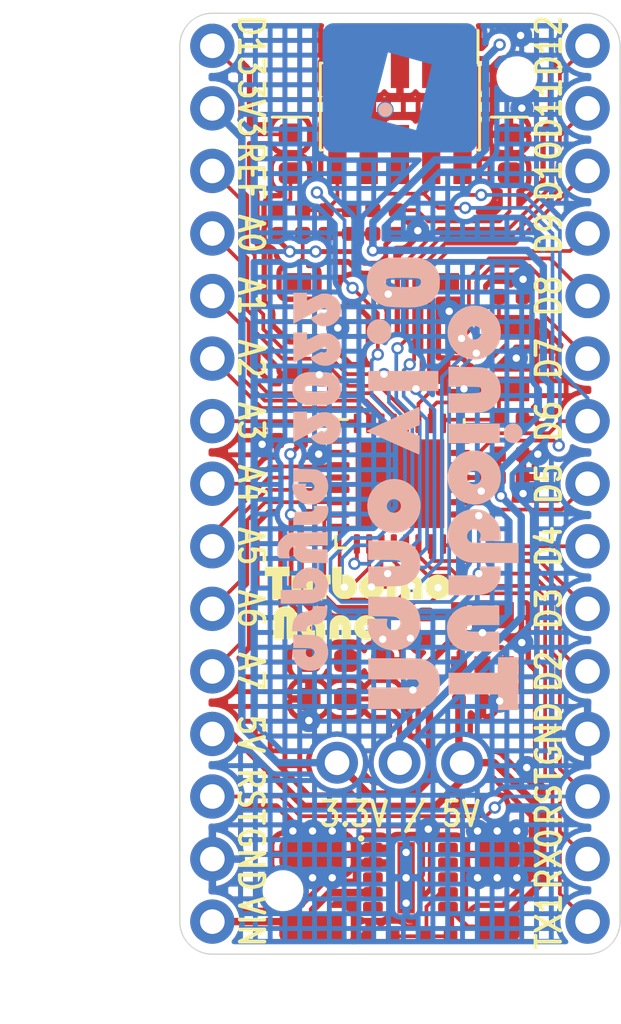
<source format=kicad_pcb>
(kicad_pcb (version 20211014) (generator pcbnew)
  (layers (0 "F.Cu" signal) (31 "B.Cu" jumper) (34 "B.Paste" user) (35 "F.Paste" user) (36 "B.SilkS" user "B.Silkscreen") (37 "F.SilkS" user "F.Silkscreen") (38 "B.Mask" user) (39 "F.Mask" user) (44 "Edge.Cuts" user))
  (net 0 "")
  (net 1 "D13_SCK")
  (net 2 "+3V3")
  (net 3 "AREF")
  (net 4 "A0")
  (net 5 "A1")
  (net 6 "A2")
  (net 7 "A3")
  (net 8 "A4_SDA")
  (net 9 "A5_SCL")
  (net 10 "+5V")
  (net 11 "GND")
  (net 12 "+12V")
  (net 13 "D12_CIPO")
  (net 14 "D11_COPI")
  (net 15 "D9")
  (net 16 "D7")
  (net 17 "D6")
  (net 18 "D5")
  (net 19 "D4")
  (net 20 "D3")
  (net 21 "D2")
  (net 22 "D1_TX")
  (net 23 "D0_RX")
  (net 24 "RST")
  (net 25 "Net-(D2-Pad2)")
  (net 28 "SWDCLK")
  (net 29 "VCC")
  (net 31 "VAA")
  (net 32 "Net-(R2-Pad1)")
  (net 34 "Net-(R6-Pad2)")
  (net 36 "A6")
  (net 37 "A7")
  (net 38 "D10_SS")
  (net 39 "D8")
  (net 40 "XOUT32")
  (net 41 "XIN32")
  (net 42 "Net-(D1-Pad2)")
  (footprint "Package_DFN_QFN:QFN-32-1EP_5x5mm_P0.5mm_EP3.6x3.6mm" (layer "F.Cu") (at 24.25 34.25 -90)
    (fp_text reference "U1" hide)
    (fp_text value "ATSAMC21E18A-M")
  )
  (footprint "Connector_PinHeader_1.27mm:PinHeader_2x05_P1.27mm_Vertical_SMD" (layer "F.Cu") (at 24.25 18.935 -90)
    (fp_text reference "J1" hide)
    (fp_text value "SWD")
  )
  (footprint "Capacitor_SMD:C_1206_3216Metric" (layer "F.Cu") (at 28.2 50.775 90)
    (fp_text reference "C9" hide)
    (fp_text value "15u")
  )
  (footprint "Capacitor_SMD:C_1210_3225Metric" (layer "F.Cu") (at 20.7 50.775 90)
    (fp_text reference "C12" hide)
    (fp_text value "10u")
  )
  (footprint "global:0402_minimalist" (layer "F.Cu") (at 23.15 23.625 90)
    (fp_text reference "R3" hide)
    (fp_text value "1k")
  )
  (footprint "global:0402_NC_minimalist" (layer "F.Cu") (at 25.825 52.625 180)
    (fp_text reference "R6" hide)
    (fp_text value "NC")
  )
  (footprint "global:0402_minimalist" (layer "F.Cu") (at 23.475 52.625 180)
    (fp_text reference "R7" hide)
    (fp_text value "DNP")
  )
  (footprint "global:LMZM2360X" (layer "F.Cu") (at 24.675 50.25)
    (fp_text reference "U3" hide)
    (fp_text value "LMZM23600V5")
  )
  (footprint "global:0603_minimalist" (layer "F.Cu") (at 20.55 42.215 -90)
    (fp_text reference "C5" hide)
    (fp_text value "10u")
  )
  (footprint "global:0603_minimalist" (layer "F.Cu") (at 22.05 42.215 -90)
    (fp_text reference "FB1" hide)
    (fp_text value "470R")
  )
  (footprint "global:0402_minimalist" (layer "F.Cu") (at 28.75 31.65)
    (fp_text reference "C7" hide)
    (fp_text value "15p")
  )
  (footprint "Crystal:Crystal_SMD_3215-2Pin_3.2x1.5mm" (layer "F.Cu") (at 28.6 29.15 -90)
    (fp_text reference "Y1" hide)
    (fp_text value "32.768kHz 12.5p")
  )
  (footprint "global:0402_minimalist" (layer "F.Cu") (at 28.75 26.65)
    (fp_text reference "C8" hide)
    (fp_text value "15p")
  )
  (footprint "Connector_PinHeader_2.54mm:PinHeader_1x03_P2.54mm_Vertical" (layer "F.Cu") (at 26.775 45.5784 -90)
    (fp_text reference "JP1" hide)
    (fp_text value "PWR_SW")
  )
  (footprint "global:Arduino_Nano" (layer "F.Cu") (at 24.25 34.25)
    (fp_text reference "J2" hide)
    (fp_text value "Castellated_headers")
  )
  (footprint "global:0402_minimalist" (layer "F.Cu") (at 24.1 23.625 90)
    (fp_text reference "R4" hide)
    (fp_text value "1k")
  )
  (footprint "global:0402_minimalist" (layer "F.Cu") (at 19.35 23.625 90)
    (fp_text reference "R5" hide)
    (fp_text value "1k")
  )
  (footprint "Package_TO_SOT_SMD:SOT-23-5" (layer "F.Cu") (at 27.6 40.6892 90)
    (fp_text reference "U2" hide)
    (fp_text value "AP2112K-3.3")
  )
  (footprint "global:0402_minimalist" (layer "F.Cu") (at 21.25 23.625 90)
    (fp_text reference "C1" hide)
    (fp_text value "100p")
  )
  (footprint "global:turboino_logo" (layer "F.Cu") (at 24.165094 34.318874)
    (fp_text reference "FID4" hide)
    (fp_text value "Logo2" hide)
  )
  (footprint "global:0402_minimalist" (layer "F.Cu") (at 28.75 34)
    (fp_text reference "C4" hide)
    (fp_text value "100n")
  )
  (footprint "LED_SMD:LED_0603_1608Metric" (layer "F.Cu") (at 28.7 20.85 -90)
    (fp_text reference "D1" hide)
    (fp_text value "PWR")
  )
  (footprint "global:0402_minimalist" (layer "F.Cu") (at 20.3 23.625 90)
    (fp_text reference "R2" hide)
    (fp_text value "330")
  )
  (footprint "global:0402_minimalist" (layer "F.Cu") (at 25.3 40.0392 -90)
    (fp_text reference "C11" hide)
    (fp_text value "1u")
  )
  (footprint "global:JLCPCB_tooling_hole" (layer "F.Cu") (at 19.5 50.775)
    (fp_text reference "FID2" hide)
    (fp_text value "Tooling")
  )
  (footprint "global:JLCPCB_tooling_hole" (layer "F.Cu") (at 29 17.725)
    (fp_text reference "FID3" hide)
    (fp_text value "Tooling")
  )
  (footprint "LED_SMD:LED_0603_1608Metric" (layer "F.Cu") (at 19.8 20.85 -90)
    (fp_text reference "D2" hide)
    (fp_text value "USER")
  )
  (footprint "global:0402_minimalist" (layer "F.Cu") (at 27.125 43.0892)
    (fp_text reference "C10" hide)
    (fp_text value "1u")
  )
  (footprint "global:0402_minimalist" (layer "F.Cu") (at 19.75 32.5 180)
    (fp_text reference "C6" hide)
    (fp_text value "100n")
  )
  (footprint "global:0402_minimalist" (layer "F.Cu") (at 22.2 23.625 90)
    (fp_text reference "R1" hide)
    (fp_text value "10k")
  )
  (footprint "global:0402_minimalist" (layer "F.Cu") (at 28.75 33.05)
    (fp_text reference "C3" hide)
    (fp_text value "1u")
  )
  (footprint "global:0603_minimalist" (layer "F.Cu") (at 23.55 42.215 90)
    (fp_text reference "C2" hide)
    (fp_text value "10u")
  )
  (footprint "Button_Switch_SMD:SW_SPST_SKQG_WithStem" (layer "F.Cu") (at 23.15 27.95 180)
    (fp_text reference "SW1" hide)
    (fp_text value "RST")
  )
  (footprint "global:turboino_back" (layer "B.Cu") (at 24.152753 34.122047 180)
    (fp_text reference "FID5" hide)
    (fp_text value "Logo3" hide)
  )
  (footprint "global:Logo" (layer "B.Cu") (at 24.262474 18.115902 180)
    (fp_text reference "FID1" hide)
    (fp_text value "Logo" hide)
  )
  (gr_line (start 15.3092 16.47) (end 15.3092 52.03) (layer "Edge.Cuts") (width 0.05))
  (gr_arc (start 33.1908 52.03) (mid 32.803947 52.963947) (end 31.87 53.3508) (layer "Edge.Cuts") (width 0.05))
  (gr_line (start 31.87 15.1492) (end 16.63 15.1492) (layer "Edge.Cuts") (width 0.05))
  (gr_line (start 16.63 53.3508) (end 31.87 53.3508) (layer "Edge.Cuts") (width 0.05))
  (gr_line (start 33.1908 52.03) (end 33.1908 16.47) (layer "Edge.Cuts") (width 0.05))
  (gr_arc (start 16.63 53.3508) (mid 15.696053 52.963947) (end 15.3092 52.03) (layer "Edge.Cuts") (width 0.05))
  (gr_arc (start 31.87 15.1492) (mid 32.803947 15.536053) (end 33.1908 16.47) (layer "Edge.Cuts") (width 0.05))
  (gr_arc (start 15.3092 16.47) (mid 15.696053 15.536053) (end 16.63 15.1492) (layer "Edge.Cuts") (width 0.05))
  (gr_text "3.3V / 5V" (at 24.25 47.6612) (layer "F.SilkS") (effects (font (size 1 0.85) (thickness 0.153))))
  (segment (start 23 36.7) (end 23 37.67) (width 0.15) (layer "F.Cu") (net 1))
  (segment (start 19.599066 28.87548) (end 18.7 27.976414) (width 0.15) (layer "F.Cu") (net 1))
  (segment (start 19.8 20.0625) (end 17.7625 20.0625) (width 0.15) (layer "F.Cu") (net 1))
  (segment (start 18.054031 22.550446) (end 17.754511 22.250926) (width 0.15) (layer "F.Cu") (net 1))
  (segment (start 23 37.67) (end 22.22 38.45) (width 0.15) (layer "F.Cu") (net 1))
  (segment (start 17.754511 20.070489) (end 17.754511 17.594511) (width 0.15) (layer "F.Cu") (net 1))
  (segment (start 22.22 38.45) (end 21.99 38.45) (width 0.15) (layer "F.Cu") (net 1))
  (segment (start 23.6 29.8) (end 22.098586 29.8) (width 0.15) (layer "F.Cu") (net 1))
  (segment (start 22.098586 29.8) (end 21.174065 28.87548) (width 0.15) (layer "F.Cu") (net 1))
  (segment (start 18.7 27.976414) (end 18.7 27.375) (width 0.15) (layer "F.Cu") (net 1))
  (segment (start 21.174065 28.87548) (end 19.599066 28.87548) (width 0.15) (layer "F.Cu") (net 1))
  (segment (start 18.054031 24.666859) (end 18.054031 22.550446) (width 0.15) (layer "F.Cu") (net 1))
  (segment (start 18.353551 27.028551) (end 18.353551 24.966379) (width 0.15) (layer "F.Cu") (net 1))
  (segment (start 17.754511 22.250926) (end 17.754511 20.070489) (width 0.15) (layer "F.Cu") (net 1))
  (segment (start 18.353551 24.966379) (end 18.054031 24.666859) (width 0.15) (layer "F.Cu") (net 1))
  (segment (start 17.754511 17.594511) (end 16.63 16.47) (width 0.15) (layer "F.Cu") (net 1))
  (segment (start 17.7625 20.0625) (end 17.754511 20.070489) (width 0.15) (layer "F.Cu") (net 1))
  (segment (start 18.7 27.375) (end 18.353551 27.028551) (width 0.15) (layer "F.Cu") (net 1))
  (via (at 23.6 29.8) (size 0.5) (drill 0.3) (layers "F.Cu" "B.Cu") (net 1))
  (via (at 21.99 38.45) (size 0.5) (drill 0.3) (layers "F.Cu" "B.Cu") (net 1))
  (segment (start 22.42452 36.75048) (end 21.9 37.275) (width 0.15) (layer "B.Cu") (net 1))
  (segment (start 23.6 29.8) (end 23.800959 30.000959) (width 0.15) (layer "B.Cu") (net 1))
  (segment (start 23.800959 30.000959) (end 23.800959 30.948128) (width 0.15) (layer "B.Cu") (net 1))
  (segment (start 23.800959 30.948128) (end 24.7524 31.899572) (width 0.15) (layer "B.Cu") (net 1))
  (segment (start 21.9 38.36) (end 21.99 38.45) (width 0.15) (layer "B.Cu") (net 1))
  (segment (start 24.09952 36.75048) (end 22.42452 36.75048) (width 0.15) (layer "B.Cu") (net 1))
  (segment (start 24.7524 36.0976) (end 24.09952 36.75048) (width 0.15) (layer "B.Cu") (net 1))
  (segment (start 21.9 37.275) (end 21.9 38.36) (width 0.15) (layer "B.Cu") (net 1))
  (segment (start 24.7524 31.899572) (end 24.7524 36.0976) (width 0.15) (layer "B.Cu") (net 1))
  (segment (start 19.35 24.105) (end 19.35 24.4) (width 0.2) (layer "F.Cu") (net 2))
  (segment (start 26.65 40.3) (end 25.45 41.5) (width 0.3) (layer "F.Cu") (net 2))
  (segment (start 23.675 25.025) (end 23.675 24.53) (width 0.2) (layer "F.Cu") (net 2))
  (segment (start 25.45 46.25) (end 24.85 46.85) (width 0.3) (layer "F.Cu") (net 2))
  (segment (start 20.825 24.825) (end 22.325 24.825) (width 0.2) (layer "F.Cu") (net 2))
  (segment (start 22.325 24.825) (end 22.8 25.3) (width 0.2) (layer "F.Cu") (net 2))
  (segment (start 23.675 24.53) (end 24.1 24.105) (width 0.2) (layer "F.Cu") (net 2))
  (segment (start 23.4 25.3) (end 23.675 25.025) (width 0.2) (layer "F.Cu") (net 2))
  (segment (start 24.85 46.85) (end 22.9666 46.85) (width 0.3) (layer "F.Cu") (net 2))
  (segment (start 22.8 25.3) (end 23.4 25.3) (width 0.2) (layer "F.Cu") (net 2))
  (segment (start 26.62 39.5592) (end 26.65 39.5892) (width 0.2) (layer "F.Cu") (net 2))
  (segment (start 25.45 41.5) (end 25.45 46.25) (width 0.3) (layer "F.Cu") (net 2))
  (segment (start 25.3 39.5592) (end 26.62 39.5592) (width 0.2) (layer "F.Cu") (net 2))
  (segment (start 22.9666 46.85) (end 21.695 45.5784) (width 0.3) (layer "F.Cu") (net 2))
  (segment (start 26.65 39.5892) (end 26.65 40.3) (width 0.3) (layer "F.Cu") (net 2))
  (segment (start 19.35 24.4) (end 19.775 24.825) (width 0.2) (layer "F.Cu") (net 2))
  (via (at 20.825 24.825) (size 0.5) (drill 0.3) (layers "F.Cu" "B.Cu") (net 2))
  (via (at 19.775 24.825) (size 0.5) (drill 0.3) (layers "F.Cu" "B.Cu") (net 2))
  (segment (start 17.829511 20.209511) (end 16.63 19.01) (width 0.3) (layer "B.Cu") (net 2))
  (segment (start 19.775 24.825) (end 20.825 24.825) (width 0.2) (layer "B.Cu") (net 2))
  (segment (start 17.829511 44.129511) (end 17.829511 24.795489) (width 0.3) (layer "B.Cu") (net 2))
  (segment (start 17.829511 24.795489) (end 17.829511 20.209511) (width 0.3) (layer "B.Cu") (net 2))
  (segment (start 17.859022 24.825) (end 17.829511 24.795489) (width 0.2) (layer "B.Cu") (net 2))
  (segment (start 19.2784 45.5784) (end 17.829511 44.129511) (width 0.3) (layer "B.Cu") (net 2))
  (segment (start 19.775 24.825) (end 17.859022 24.825) (width 0.2) (layer "B.Cu") (net 2))
  (segment (start 21.695 45.5784) (end 19.2784 45.5784) (width 0.3) (layer "B.Cu") (net 2))
  (segment (start 22.15192 30.27692) (end 21.05 29.175) (width 0.15) (layer "F.Cu") (net 3))
  (segment (start 18.39904 27.551868) (end 18.054031 27.206859) (width 0.15) (layer "F.Cu") (net 3))
  (segment (start 23.42692 30.27692) (end 22.15192 30.27692) (width 0.15) (layer "F.Cu") (net 3))
  (segment (start 18.054031 27.206859) (end 18.054031 25.090445) (width 0.15) (layer "F.Cu") (net 3))
  (segment (start 18.39904 28.09904) (end 18.39904 27.551868) (width 0.15) (layer "F.Cu") (net 3))
  (segment (start 21.05 29.175) (end 19.475 29.175) (width 0.15) (layer "F.Cu") (net 3))
  (segment (start 24.5 31.8) (end 24.5 31.35) (width 0.15) (layer "F.Cu") (net 3))
  (segment (start 24.5 31.35) (end 23.42692 30.27692) (width 0.15) (layer "F.Cu") (net 3))
  (segment (start 17.754511 24.790925) (end 17.754511 22.674511) (width 0.15) (layer "F.Cu") (net 3))
  (segment (start 19.475 29.175) (end 18.39904 28.09904) (width 0.15) (layer "F.Cu") (net 3))
  (segment (start 18.054031 25.090445) (end 17.754511 24.790925) (width 0.15) (layer "F.Cu") (net 3))
  (segment (start 17.754511 22.674511) (end 16.63 21.55) (width 0.15) (layer "F.Cu") (net 3))
  (segment (start 23.082347 30.57644) (end 18.883612 30.57644) (width 0.15) (layer "F.Cu") (net 4))
  (segment (start 18.09952 27.675934) (end 17.754511 27.330925) (width 0.15) (layer "F.Cu") (net 4))
  (segment (start 24 31.494093) (end 23.082347 30.57644) (width 0.15) (layer "F.Cu") (net 4))
  (segment (start 18.09952 29.792348) (end 18.09952 27.675934) (width 0.15) (layer "F.Cu") (net 4))
  (segment (start 18.883612 30.57644) (end 18.09952 29.792348) (width 0.15) (layer "F.Cu") (net 4))
  (segment (start 17.754511 25.214511) (end 16.63 24.09) (width 0.15) (layer "F.Cu") (net 4))
  (segment (start 17.754511 27.330925) (end 17.754511 25.214511) (width 0.15) (layer "F.Cu") (net 4))
  (segment (start 24 31.8) (end 24 31.494093) (width 0.15) (layer "F.Cu") (net 4))
  (segment (start 23.5 31.494093) (end 22.881867 30.87596) (width 0.15) (layer "F.Cu") (net 5))
  (segment (start 23.5 31.8) (end 23.5 31.494093) (width 0.15) (layer "F.Cu") (net 5))
  (segment (start 17.8 29.916414) (end 17.8 27.8) (width 0.15) (layer "F.Cu") (net 5))
  (segment (start 22.881867 30.87596) (end 18.759546 30.87596) (width 0.15) (layer "F.Cu") (net 5))
  (segment (start 17.8 27.8) (end 16.63 26.63) (width 0.15) (layer "F.Cu") (net 5))
  (segment (start 18.759546 30.87596) (end 17.8 29.916414) (width 0.15) (layer "F.Cu") (net 5))
  (segment (start 23 31.8) (end 23 31.494093) (width 0.15) (layer "F.Cu") (net 6))
  (segment (start 23 31.494093) (end 22.681387 31.17548) (width 0.15) (layer "F.Cu") (net 6))
  (segment (start 18.63548 31.17548) (end 16.63 29.17) (width 0.15) (layer "F.Cu") (net 6))
  (segment (start 22.681387 31.17548) (end 18.63548 31.17548) (width 0.15) (layer "F.Cu") (net 6))
  (segment (start 22.5 31.8) (end 22.41 31.71) (width 0.15) (layer "F.Cu") (net 7))
  (segment (start 22.41 31.71) (end 16.63 31.71) (width 0.15) (layer "F.Cu") (net 7))
  (segment (start 21.8 33.5) (end 21.3 33.5) (width 0.15) (layer "F.Cu") (net 8))
  (segment (start 18.25 34.25) (end 16.63 34.25) (width 0.15) (layer "F.Cu") (net 8))
  (segment (start 21.25 33.55) (end 18.95 33.55) (width 0.15) (layer "F.Cu") (net 8))
  (segment (start 21.3 33.5) (end 21.25 33.55) (width 0.15) (layer "F.Cu") (net 8))
  (segment (start 18.95 33.55) (end 18.25 34.25) (width 0.15) (layer "F.Cu") (net 8))
  (segment (start 18.923586 34) (end 16.63 36.293586) (width 0.15) (layer "F.Cu") (net 9))
  (segment (start 21.8 34) (end 18.923586 34) (width 0.15) (layer "F.Cu") (net 9))
  (segment (start 16.63 36.293586) (end 16.63 36.79) (width 0.15) (layer "F.Cu") (net 9))
  (segment (start 26.2 51.45) (end 27 52.25) (width 0.2) (layer "F.Cu") (net 10))
  (segment (start 26.34952 51.59952) (end 26.34952 52.625) (width 0.2) (layer "F.Cu") (net 10))
  (segment (start 26.85 40.9) (end 26.65 41.1) (width 0.2) (layer "F.Cu") (net 10))
  (segment (start 26.775 45.5784) (end 28.0784 45.5784) (width 0.3) (layer "F.Cu") (net 10))
  (segment (start 20.35 47.35) (end 17.41 44.41) (width 0.3) (layer "F.Cu") (net 10))
  (segment (start 28.55 41.0592) (end 28.3908 40.9) (width 0.2) (layer "F.Cu") (net 10))
  (segment (start 30.05 47.55) (end 30.05 50.4) (width 0.3) (layer "F.Cu") (net 10))
  (segment (start 26.775 46.275) (end 25.7 47.35) (width 0.3) (layer "F.Cu") (net 10))
  (segment (start 28.0784 45.5784) (end 30.05 47.55) (width 0.3) (layer "F.Cu") (net 10))
  (segment (start 26.645 43.0892) (end 26.645 41.7942) (width 0.3) (layer "F.Cu") (net 10))
  (segment (start 26.775 45.5784) (end 26.775 46.275) (width 0.3) (layer "F.Cu") (net 10))
  (segment (start 26.645 43.0892) (end 26.645 45.4484) (width 0.3) (layer "F.Cu") (net 10))
  (segment (start 28.55 41.7892) (end 28.55 41.0592) (width 0.2) (layer "F.Cu") (net 10))
  (segment (start 26.645 41.7942) (end 26.65 41.7892) (width 0.3) (layer "F.Cu") (net 10))
  (segment (start 27 52.25) (end 28.2 52.25) (width 0.2) (layer "F.Cu") (net 10))
  (segment (start 30.05 50.4) (end 28.2 52.25) (width 0.3) (layer "F.Cu") (net 10))
  (segment (start 26.2 51.45) (end 26.34952 51.59952) (width 0.2) (layer "F.Cu") (net 10))
  (segment (start 26.65 41.1) (end 26.65 41.7892) (width 0.2) (layer "F.Cu") (net 10))
  (segment (start 28.3908 40.9) (end 26.85 40.9) (width 0.2) (layer "F.Cu") (net 10))
  (segment (start 25.7 47.35) (end 20.35 47.35) (width 0.3) (layer "F.Cu") (net 10))
  (segment (start 17.41 44.41) (end 16.63 44.41) (width 0.3) (layer "F.Cu") (net 10))
  (segment (start 26.645 45.4484) (end 26.775 45.5784) (width 0.3) (layer "F.Cu") (net 10))
  (segment (start 16.63 49.49) (end 17.74 49.49) (width 0.3) (layer "F.Cu") (net 11))
  (segment (start 26.275 29.825) (end 26.85 30.4) (width 0.2) (layer "F.Cu") (net 11))
  (segment (start 29.23 26.65) (end 29.23 25.97) (width 0.2) (layer "F.Cu") (net 11))
  (segment (start 29.23 33.05) (end 29.85 33.05) (width 0.2) (layer "F.Cu") (net 11))
  (segment (start 20.7 48.35) (end 20.7 49.3) (width 0.2) (layer "F.Cu") (net 11))
  (segment (start 24.6808 40.5192) (end 24.675 40.525) (width 0.2) (layer "F.Cu") (net 11))
  (segment (start 26.15 29.825) (end 26.275 29.825) (width 0.2) (layer "F.Cu") (net 11))
  (segment (start 26.7 34.5) (end 27.5 34.5) (width 0.2) (layer "F.Cu") (net 11))
  (segment (start 23.55 41.44) (end 23.55 40.565) (width 0.2) (layer "F.Cu") (net 11))
  (segment (start 27.5 34.5) (end 27.55 34.55) (width 0.2) (layer "F.Cu") (net 11))
  (segment (start 28.2 50.25) (end 28.2 49.3) (width 0.2) (layer "F.Cu") (net 11))
  (segment (start 27.605 41.7942) (end 27.6 41.7892) (width 0.3) (layer "F.Cu") (net 11))
  (segment (start 29.23 34.63) (end 29.25 34.65) (width 0.2) (layer "F.Cu") (net 11))
  (segment (start 25.3 40.5192) (end 24.6808 40.5192) (width 0.2) (layer "F.Cu") (net 11))
  (segment (start 26.15 29.675) (end 26.225 29.675) (width 0.2) (layer "F.Cu") (net 11))
  (segment (start 19.27 32.5) (end 18.8 32.5) (width 0.2) (layer "F.Cu") (net 11))
  (segment (start 16.63 49.49) (end 16.63 48.355) (width 0.3) (layer "F.Cu") (net 11))
  (segment (start 21 33) (end 20.95 33.05) (width 0.2) (layer "F.Cu") (net 11))
  (segment (start 28.2858 43.0892) (end 28.3 43.075) (width 0.3) (layer "F.Cu") (net 11))
  (segment (start 29.23 25.97) (end 29.25 25.95) (width 0.2) (layer "F.Cu") (net 11))
  (segment (start 27.605 43.0892) (end 28.2858 43.0892) (width 0.3) (layer "F.Cu") (net 11))
  (segment (start 29.23 34) (end 29.23 34.63) (width 0.2) (layer "F.Cu") (net 11))
  (segment (start 20.15 29.825) (end 20.975 29.825) (width 0.2) (layer "F.Cu") (net 11))
  (segment (start 27.605 43.0892) (end 27.605 41.7942) (width 0.3) (layer "F.Cu") (net 11))
  (segment (start 20.55 42.99) (end 20.55 43.865) (width 0.2) (layer "F.Cu") (net 11))
  (segment (start 28.2 48.35) (end 28.2 49.3) (width 0.2) (layer "F.Cu") (net 11))
  (segment (start 16.63 49.49) (end 16.63 50.645) (width 0.3) (layer "F.Cu") (net 11))
  (segment (start 21.8 33) (end 21 33) (width 0.2) (layer "F.Cu") (net 11))
  (segment (start 20.7 49.3) (end 20.7 50.25) (width 0.2) (layer "F.Cu") (net 11))
  (segment (start 18.8 32.5) (end 18.65 32.65) (width 0.2) (layer "F.Cu") (net 11))
  (via (at 21.5 48.35) (size 0.5) (drill 0.3) (layers "F.Cu" "B.Cu") (net 11))
  (via (at 28.3 43.075) (size 0.5) (drill 0.3) (layers "F.Cu" "B.Cu") (net 11))
  (via (at 27.6 40.3) (size 0.5) (drill 0.3) (layers "F.Cu" "B.Cu") (net 11))
  (via (at 29.2 19) (size 0.5) (drill 0.3) (layers "F.Cu" "B.Cu") (net 11))
  (via (at 20.7 50.25) (size 0.5) (drill 0.3) (layers "F.Cu" "B.Cu") (net 11))
  (via (at 29 50.25) (size 0.5) (drill 0.3) (layers "F.Cu" "B.Cu") (net 11))
  (via (at 19.9 48.35) (size 0.5) (drill 0.3) (layers "F.Cu" "B.Cu") (net 11))
  (via (at 29.25 25.95) (size 0.5) (drill 0.3) (layers "F.Cu" "B.Cu") (net 11))
  (via (at 28.975 29.15) (size 0.5) (drill 0.3) (layers "F.Cu" "B.Cu") (net 11))
  (via (at 29.2 40.7) (size 0.5) (drill 0.3) (layers "F.Cu" "B.Cu") (net 11))
  (via (at 28.2 48.35) (size 0.5) (drill 0.3) (layers "F.Cu" "B.Cu") (net 11))
  (via (at 28.2 50.25) (size 0.5) (drill 0.3) (layers "F.Cu" "B.Cu") (net 11))
  (via (at 24.675 40.525) (size 0.5) (drill 0.3) (layers "F.Cu" "B.Cu") (net 11))
  (via (at 23.55 40.565) (size 0.5) (drill 0.3) (layers "F.Cu" "B.Cu") (net 11))
  (via (at 20.55 43.865) (size 0.5) (drill 0.3) (layers "F.Cu" "B.Cu") (net 11))
  (via (at 29.25 34.65) (size 0.5) (drill 0.3) (layers "F.Cu" "B.Cu") (net 11))
  (via (at 29.4 45.775) (size 0.5) (drill 0.3) (layers "F.Cu" "B.Cu") (net 11))
  (via (at 27.55 34.55) (size 0.5) (drill 0.3) (layers "F.Cu" "B.Cu") (net 11))
  (via (at 23.775 26.55) (size 0.5) (drill 0.3) (layers "F.Cu" "B.Cu") (net 11))
  (via (at 29.85 33.05) (size 0.5) (drill 0.3) (layers "F.Cu" "B.Cu") (net 11))
  (via (at 27.4 50.25) (size 0.5) (drill 0.3) (layers "F.Cu" "B.Cu") (net 11))
  (via (at 25.4 48.275) (size 0.5) (drill 0.3) (layers "F.Cu" "B.Cu") (net 11))
  (via (at 20.95 33.05) (size 0.5) (drill 0.3) (layers "F.Cu" "B.Cu") (net 11))
  (via (at 24.775 42.625) (size 0.5) (drill 0.3) (layers "F.Cu" "B.Cu") (net 11))
  (via (at 24.975 23.975) (size 0.5) (drill 0.3) (layers "F.Cu" "B.Cu") (net 11))
  (via (at 21.725 27.925) (size 0.5) (drill 0.3) (layers "F.Cu" "B.Cu") (net 11))
  (via (at 20.975 29.825) (size 0.5) (drill 0.3) (layers "F.Cu" "B.Cu") (net 11))
  (via (at 26.85 30.4) (size 0.5) (drill 0.3) (layers "F.Cu" "B.Cu") (net 11))
  (via (at 20.7 48.35) (size 0.5) (drill 0.3) (layers "F.Cu" "B.Cu") (net 11))
  (via (at 18.65 32.65) (size 0.5) (drill 0.3) (layers "F.Cu" "B.Cu") (net 11))
  (via (at 27.4 48.35) (size 0.5) (drill 0.3) (layers "F.Cu" "B.Cu") (net 11))
  (via (at 29.15 16.05) (size 0.5) (drill 0.3) (layers "F.Cu" "B.Cu") (net 11))
  (via (at 26.25 27.25) (size 0.5) (drill 0.3) (layers "F.Cu" "B.Cu") (net 11))
  (via (at 29 48.35) (size 0.5) (drill 0.3) (layers "F.Cu" "B.Cu") (net 11))
  (via (at 21.5 50.25) (size 0.5) (drill 0.3) (layers "F.Cu" "B.Cu") (net 11))
  (segment (start 16.63 49.49) (end 16.63 50.645) (width 0.3) (layer "B.Cu") (net 11))
  (segment (start 16.63 49.49) (end 16.63 48.33) (width 0.3) (layer "B.Cu") (net 11))
  (segment (start 31.87 44.41) (end 31.87 43.255) (width 0.3) (layer "B.Cu") (net 11))
  (segment (start 16.63 49.49) (end 17.765 49.49) (width 0.3) (layer "B.Cu") (net 11))
  (segment (start 31.87 44.41) (end 31.87 45.62) (width 0.3) (layer "B.Cu") (net 11))
  (segment (start 31.87 44.41) (end 30.76 44.41) (width 0.3) (layer "B.Cu") (net 11))
  (segment (start 20.7 51.55) (end 20.7 52.25) (width 0.3) (layer "F.Cu") (net 12))
  (segment (start 23.15 50.85) (end 21.4 50.85) (width 0.3) (layer "F.Cu") (net 12))
  (segment (start 20.48 52.03) (end 20.7 52.25) (width 0.3) (layer "F.Cu") (net 12))
  (segment (start 21.4 50.85) (end 20.7 51.55) (width 0.3) (layer "F.Cu") (net 12))
  (segment (start 16.63 52.03) (end 20.48 52.03) (width 0.3) (layer "F.Cu") (net 12))
  (segment (start 23.15 50.25) (end 23.15 50.85) (width 0.3) (layer "F.Cu") (net 12))
  (segment (start 30.445969 20.010445) (end 30.745489 19.710925) (width 0.15) (layer "F.Cu") (net 13))
  (segment (start 25.825935 23.90048) (end 28.672348 23.90048) (width 0.15) (layer "F.Cu") (net 13))
  (segment (start 22.5 36.7) (end 22.5 37.4) (width 0.15) (layer "F.Cu") (net 13))
  (segment (start 24.15 28.75) (end 24.526929 28.373071) (width 0.15) (layer "F.Cu") (net 13))
  (segment (start 30.745489 19.710925) (end 30.745489 17.594511) (width 0.15) (layer "F.Cu") (net 13))
  (segment (start 30.445969 22.126859) (end 30.445969 20.010445) (width 0.15) (layer "F.Cu") (net 13))
  (segment (start 30.745489 17.594511) (end 31.87 16.47) (width 0.15) (layer "F.Cu") (net 13))
  (segment (start 28.672348 23.90048) (end 30.445969 22.126859) (width 0.15) (layer "F.Cu") (net 13))
  (segment (start 22.5 37.4) (end 22.4 37.5) (width 0.15) (layer "F.Cu") (net 13))
  (segment (start 24.526929 28.373071) (end 24.526929 25.199485) (width 0.15) (layer "F.Cu") (net 13))
  (segment (start 24.526929 25.199485) (end 25.825935 23.90048) (width 0.15) (layer "F.Cu") (net 13))
  (via (at 22.4 37.5) (size 0.5) (drill 0.3) (layers "F.Cu" "B.Cu") (net 13))
  (via (at 24.15 28.75) (size 0.5) (drill 0.3) (layers "F.Cu" "B.Cu") (net 13))
  (segment (start 24.49904 37.05096) (end 25.05192 36.49808) (width 0.15) (layer "B.Cu") (net 13))
  (segment (start 24.10048 30.824065) (end 24.10048 29.55) (width 0.15) (layer "B.Cu") (net 13))
  (segment (start 25.05192 31.775506) (end 24.188207 30.911793) (width 0.15) (layer "B.Cu") (net 13))
  (segment (start 22.976414 37.5) (end 23.425455 37.05096) (width 0.15) (layer "B.Cu") (net 13))
  (segment (start 23.426415 37.05) (end 23.427375 37.05096) (width 0.15) (layer "B.Cu") (net 13))
  (segment (start 22.4 37.5) (end 22.976414 37.5) (width 0.15) (layer "B.Cu") (net 13))
  (segment (start 23.427375 37.05096) (end 24.49904 37.05096) (width 0.15) (layer "B.Cu") (net 13))
  (segment (start 24.188207 30.911793) (end 24.10048 30.824065) (width 0.15) (layer "B.Cu") (net 13))
  (segment (start 25.05192 32.85) (end 25.05192 31.8) (width 0.15) (layer "B.Cu") (net 13))
  (segment (start 25.05192 36.49808) (end 25.05192 34.25) (width 0.15) (layer "B.Cu") (net 13))
  (segment (start 25.05192 31.8) (end 25.05192 31.775506) (width 0.15) (layer "B.Cu") (net 13))
  (segment (start 23.425455 37.05096) (end 23.426415 37.05) (width 0.15) (layer "B.Cu") (net 13))
  (segment (start 24.10048 28.79952) (end 24.15 28.75) (width 0.15) (layer "B.Cu") (net 13))
  (segment (start 24.10048 29.55) (end 24.10048 28.79952) (width 0.15) (layer "B.Cu") (net 13))
  (segment (start 25.05192 34.25) (end 25.05192 32.85) (width 0.15) (layer "B.Cu") (net 13))
  (segment (start 25.95 24.2) (end 28.796414 24.2) (width 0.15) (layer "F.Cu") (net 14))
  (segment (start 30.745489 22.250925) (end 30.745489 20.134511) (width 0.15) (layer "F.Cu") (net 14))
  (segment (start 24 36.7) (end 24 37.4) (width 0.15) (layer "F.Cu") (net 14))
  (segment (start 24.25 38.1) (end 24.25 38.15) (width 0.15) (layer "F.Cu") (net 14))
  (segment (start 24.25 37.65) (end 24.25 38.1) (width 0.15) (layer "F.Cu") (net 14))
  (segment (start 24 37.4) (end 24.25 37.65) (width 0.15) (layer "F.Cu") (net 14))
  (segment (start 30.745489 20.134511) (end 31.87 19.01) (width 0.15) (layer "F.Cu") (net 14))
  (segment (start 24.25 38.15) (end 23.960323 38.439677) (width 0.15) (layer "F.Cu") (net 14))
  (segment (start 28.796414 24.2) (end 30.745489 22.250925) (width 0.15) (layer "F.Cu") (net 14))
  (segment (start 24.826449 29.224744) (end 24.826449 25.323551) (width 0.15) (layer "F.Cu") (net 14))
  (segment (start 23.960323 38.439677) (end 23.074447 38.439677) (width 0.15) (layer "F.Cu") (net 14))
  (segment (start 24.826449 25.323551) (end 25.95 24.2) (width 0.15) (layer "F.Cu") (net 14))
  (segment (start 24.646778 29.404415) (end 24.826449 29.224744) (width 0.15) (layer "F.Cu") (net 14))
  (via (at 24.646778 29.404415) (size 0.5) (drill 0.3) (layers "F.Cu" "B.Cu") (net 14))
  (via (at 23.09 38.44) (size 0.5) (drill 0.3) (layers "F.Cu" "B.Cu") (net 14))
  (segment (start 24.84952 37.35048) (end 25.35144 36.84856) (width 0.15) (layer "B.Cu") (net 14))
  (segment (start 24.7 37.35048) (end 24.84952 37.35048) (width 0.15) (layer "B.Cu") (net 14))
  (segment (start 23.074447 37.825553) (end 23.54952 37.35048) (width 0.15) (layer "B.Cu") (net 14))
  (segment (start 25.35144 36.84856) (end 25.35144 35.5) (width 0.15) (layer "B.Cu") (net 14))
  (segment (start 23.074447 38.439677) (end 23.074447 37.825553) (width 0.15) (layer "B.Cu") (net 14))
  (segment (start 23.54952 37.35048) (end 24.7 37.35048) (width 0.15) (layer "B.Cu") (net 14))
  (segment (start 25.35144 35.5) (end 25.35144 34) (width 0.15) (layer "B.Cu") (net 14))
  (segment (start 25.35144 34) (end 25.35144 32.8) (width 0.15) (layer "B.Cu") (net 14))
  (segment (start 24.4 29.651193) (end 24.646778 29.404415) (width 0.15) (layer "B.Cu") (net 14))
  (segment (start 24.4 30.7) (end 24.4 29.651193) (width 0.15) (layer "B.Cu") (net 14))
  (segment (start 25.35144 31.65144) (end 24.4 30.7) (width 0.15) (layer "B.Cu") (net 14))
  (segment (start 25.35144 32.8) (end 25.35144 31.65144) (width 0.15) (layer "B.Cu") (net 14))
  (segment (start 26.19904 24.80096) (end 31.15904 24.80096) (width 0.15) (layer "F.Cu") (net 15))
  (segment (start 25.425489 30.574511) (end 25.425489 25.574511) (width 0.15) (layer "F.Cu") (net 15))
  (segment (start 31.15904 24.80096) (end 31.87 24.09) (width 0.15) (layer "F.Cu") (net 15))
  (segment (start 25 31.8) (end 25 31) (width 0.15) (layer "F.Cu") (net 15))
  (segment (start 25 31) (end 25.425489 30.574511) (width 0.15) (layer "F.Cu") (net 15))
  (segment (start 25.425489 25.574511) (end 26.19904 24.80096) (width 0.15) (layer "F.Cu") (net 15))
  (segment (start 25.5 39.05468) (end 25.8 38.75468) (width 0.15) (layer "F.Cu") (net 16))
  (segment (start 30 27.3) (end 29.95 27.25) (width 0.15) (layer "F.Cu") (net 16))
  (segment (start 31.87 29.17) (end 30.1 27.4) (width 0.15) (layer "F.Cu") (net 16))
  (segment (start 25.8 38.75468) (end 25.8 38.47) (width 0.15) (layer "F.Cu") (net 16))
  (segment (start 21.17548 38.769066) (end 21.655934 39.24952) (width 0.15) (layer "F.Cu") (net 16))
  (segment (start 29.95 25.85) (end 29.5 25.4) (width 0.15) (layer "F.Cu") (net 16))
  (segment (start 21.17548 35.73452) (end 21.17548 38.769066) (width 0.15) (layer "F.Cu") (net 16))
  (segment (start 24.85532 39.05468) (end 25.5 39.05468) (width 0.15) (layer "F.Cu") (net 16))
  (segment (start 21.8 35.5) (end 21.41 35.5) (width 0.15) (layer "F.Cu") (net 16))
  (segment (start 30.1 27.4) (end 30 27.3) (width 0.15) (layer "F.Cu") (net 16))
  (segment (start 29.95 27.25) (end 29.95 25.85) (width 0.15) (layer "F.Cu") (net 16))
  (segment (start 21.655934 39.24952) (end 24.66048 39.24952) (width 0.15) (layer "F.Cu") (net 16))
  (segment (start 27.4 26) (end 27.35 26.05) (width 0.15) (layer "F.Cu") (net 16))
  (segment (start 27.35 26.05) (end 27.35 28.95) (width 0.15) (layer "F.Cu") (net 16))
  (segment (start 21.41 35.5) (end 21.17548 35.73452) (width 0.15) (layer "F.Cu") (net 16))
  (segment (start 29.5 25.4) (end 28 25.4) (width 0.15) (layer "F.Cu") (net 16))
  (segment (start 28 25.4) (end 27.4 26) (width 0.15) (layer "F.Cu") (net 16))
  (segment (start 24.66048 39.24952) (end 24.85532 39.05468) (width 0.15) (layer "F.Cu") (net 16))
  (via (at 25.8 38.47) (size 0.5) (drill 0.3) (layers "F.Cu" "B.Cu") (net 16))
  (via (at 27.35 28.95) (size 0.5) (drill 0.3) (layers "F.Cu" "B.Cu") (net 16))
  (segment (start 26.25 38.02) (end 25.8 38.47) (width 0.15) (layer "B.Cu") (net 16))
  (segment (start 26.25 30.05) (end 26.25 38.02) (width 0.15) (layer "B.Cu") (net 16))
  (segment (start 27.35 28.95) (end 26.25 30.05) (width 0.15) (layer "B.Cu") (net 16))
  (segment (start 26.7 32.5) (end 27.526414 32.5) (width 0.15) (layer "F.Cu") (net 17))
  (segment (start 26.79 22.315) (end 26.79 20.885) (width 0.15) (layer "F.Cu") (net 17))
  (segment (start 27.526414 32.5) (end 27.825934 32.20048) (width 0.15) (layer "F.Cu") (net 17))
  (segment (start 27.55 22.525) (end 27 22.525) (width 0.15) (layer "F.Cu") (net 17))
  (segment (start 30.79 31.71) (end 31.87 31.71) (width 0.15) (layer "F.Cu") (net 17))
  (segment (start 27 22.525) (end 26.79 22.315) (width 0.15) (layer "F.Cu") (net 17))
  (segment (start 30.29952 32.20048) (end 30.79 31.71) (width 0.15) (layer "F.Cu") (net 17))
  (segment (start 27.825934 32.20048) (end 30.29952 32.20048) (width 0.15) (layer "F.Cu") (net 17))
  (via (at 27.55 22.525) (size 0.5) (drill 0.3) (layers "F.Cu" "B.Cu") (net 17))
  (segment (start 30.745489 23.970489) (end 29.35 22.575) (width 0.15) (layer "B.Cu") (net 17))
  (segment (start 30.745489 26.55) (end 30.745489 23.970489) (width 0.15) (layer "B.Cu") (net 17))
  (segment (start 31.87 30.77) (end 30.745489 29.645489) (width 0.15) (layer "B.Cu") (net 17))
  (segment (start 31.87 31.71) (end 31.87 30.82) (width 0.15) (layer "B.Cu") (net 17))
  (segment (start 31.87 30.82) (end 31.87 30.77) (width 0.15) (layer "B.Cu") (net 17))
  (segment (start 30.745489 29.645489) (end 30.745489 26.55) (width 0.15) (layer "B.Cu") (net 17))
  (segment (start 29.35 22.575) (end 29.3 22.525) (width 0.15) (layer "B.Cu") (net 17))
  (segment (start 29.3 22.525) (end 27.55 22.525) (width 0.15) (layer "B.Cu") (net 17))
  (segment (start 27.7 35.05) (end 27.95 35.3) (width 0.15) (layer "F.Cu") (net 18))
  (segment (start 27.95 35.3) (end 30.82 35.3) (width 0.15) (layer "F.Cu") (net 18))
  (segment (start 26.7 35) (end 26.75 35.05) (width 0.15) (layer "F.Cu") (net 18))
  (segment (start 30.82 35.3) (end 31.87 34.25) (width 0.15) (layer "F.Cu") (net 18))
  (segment (start 26.75 35.05) (end 27.7 35.05) (width 0.15) (layer "F.Cu") (net 18))
  (segment (start 27.19 36.79) (end 31.87 36.79) (width 0.15) (layer "F.Cu") (net 19))
  (segment (start 26.75 36.35) (end 27.19 36.79) (width 0.15) (layer "F.Cu") (net 19))
  (segment (start 26.75 36.05) (end 26.75 36.35) (width 0.15) (layer "F.Cu") (net 19))
  (segment (start 26.7 36) (end 26.75 36.05) (width 0.15) (layer "F.Cu") (net 19))
  (segment (start 26.05 36.75) (end 26.726414 36.75) (width 0.15) (layer "F.Cu") (net 20))
  (segment (start 26.726414 36.75) (end 27.065935 37.08952) (width 0.15) (layer "F.Cu") (net 20))
  (segment (start 29.62952 37.08952) (end 31.87 39.33) (width 0.15) (layer "F.Cu") (net 20))
  (segment (start 27.065935 37.08952) (end 29.62952 37.08952) (width 0.15) (layer "F.Cu") (net 20))
  (segment (start 26 36.7) (end 26.05 36.75) (width 0.15) (layer "F.Cu") (net 20))
  (segment (start 25.5 37.25) (end 25.63904 37.38904) (width 0.15) (layer "F.Cu") (net 21))
  (segment (start 30.745489 38.629075) (end 30.745489 41.004511) (width 0.15) (layer "F.Cu") (net 21))
  (segment (start 30.745489 41.004511) (end 31.610978 41.87) (width 0.15) (layer "F.Cu") (net 21))
  (segment (start 25.63904 37.38904) (end 29.505454 37.38904) (width 0.15) (layer "F.Cu") (net 21))
  (segment (start 29.505454 37.38904) (end 30.745489 38.629075) (width 0.15) (layer "F.Cu") (net 21))
  (segment (start 25.5 36.7) (end 25.5 37.25) (width 0.15) (layer "F.Cu") (net 21))
  (segment (start 31.610978 41.87) (end 31.87 41.87) (width 0.15) (layer "F.Cu") (net 21))
  (segment (start 24.5 36.7) (end 24.5 37.097171) (width 0.15) (layer "F.Cu") (net 22))
  (segment (start 30.445969 48.489555) (end 30.745489 48.789075) (width 0.15) (layer "F.Cu") (net 22))
  (segment (start 30.745489 50.905489) (end 31.87 52.03) (width 0.15) (layer "F.Cu") (net 22))
  (segment (start 29.846929 41.376709) (end 30.146449 41.676229) (width 0.15) (layer "F.Cu") (net 22))
  (segment (start 30.146449 46.073621) (end 30.445969 46.373141) (width 0.15) (layer "F.Cu") (net 22))
  (segment (start 25.39091 37.98808) (end 26.164494 37.98808) (width 0.15) (layer "F.Cu") (net 22))
  (segment (start 30.745489 48.789075) (end 30.745489 50.905489) (width 0.15) (layer "F.Cu") (net 22))
  (segment (start 26.164494 37.98808) (end 26.876415 38.7) (width 0.15) (layer "F.Cu") (net 22))
  (segment (start 24.5 37.097171) (end 25.39091 37.98808) (width 0.15) (layer "F.Cu") (net 22))
  (segment (start 29.545656 38.7) (end 29.846929 39.001273) (width 0.15) (layer "F.Cu") (net 22))
  (segment (start 29.846929 39.001273) (end 29.846929 41.376709) (width 0.15) (layer "F.Cu") (net 22))
  (segment (start 30.445969 46.373141) (end 30.445969 48.489555) (width 0.15) (layer "F.Cu") (net 22))
  (segment (start 26.876415 38.7) (end 29.545656 38.7) (width 0.15) (layer "F.Cu") (net 22))
  (segment (start 30.146449 41.676229) (end 30.146449 46.073621) (width 0.15) (layer "F.Cu") (net 22))
  (segment (start 30.146449 41.252643) (end 30.445969 41.552163) (width 0.15) (layer "F.Cu") (net 23))
  (segment (start 25 37.173585) (end 25.514975 37.68856) (width 0.15) (layer "F.Cu") (net 23))
  (segment (start 30.745489 48.365489) (end 31.87 49.49) (width 0.15) (layer "F.Cu") (net 23))
  (segment (start 25.514975 37.68856) (end 26.28856 37.68856) (width 0.15) (layer "F.Cu") (net 23))
  (segment (start 27 38.4) (end 29.669242 38.4) (width 0.15) (layer "F.Cu") (net 23))
  (segment (start 29.669242 38.4) (end 30.146449 38.877207) (width 0.15) (layer "F.Cu") (net 23))
  (segment (start 30.445969 41.552163) (end 30.445969 45.949555) (width 0.15) (layer "F.Cu") (net 23))
  (segment (start 25 36.7) (end 25 37.173585) (width 0.15) (layer "F.Cu") (net 23))
  (segment (start 30.773207 46.276793) (end 30.745489 46.304511) (width 0.15) (layer "F.Cu") (net 23))
  (segment (start 30.745489 46.304511) (end 30.745489 48.365489) (width 0.15) (layer "F.Cu") (net 23))
  (segment (start 30.445969 45.949555) (end 30.773207 46.276793) (width 0.15) (layer "F.Cu") (net 23))
  (segment (start 30.146449 38.877207) (end 30.146449 41.252643) (width 0.15) (layer "F.Cu") (net 23))
  (segment (start 26.28856 37.68856) (end 27 38.4) (width 0.15) (layer "F.Cu") (net 23))
  (segment (start 19.1 46.95) (end 19.35 46.95) (width 0.15) (layer "F.Cu") (net 24))
  (segment (start 22.2 23.145) (end 21.25 23.145) (width 0.15) (layer "F.Cu") (net 24))
  (segment (start 20.2 47.75) (end 27.75 47.75) (width 0.15) (layer "F.Cu") (net 24))
  (segment (start 20.3 23.145) (end 21.25 23.145) (width 0.15) (layer "F.Cu") (net 24))
  (segment (start 27.75 47.75) (end 28.1 47.4) (width 0.15) (layer "F.Cu") (net 24))
  (segment (start 29.592828 37.9) (end 30.445969 38.753141) (width 0.15) (layer "F.Cu") (net 24))
  (segment (start 21.25 22.8) (end 20.875 22.425) (width 0.15) (layer "F.Cu") (net 24))
  (segment (start 30.445969 38.753141) (end 30.445969 41.128577) (width 0.15) (layer "F.Cu") (net 24))
  (segment (start 21.25 23.145) (end 21.25 22.8) (width 0.15) (layer "F.Cu") (net 24))
  (segment (start 19.4 46.95) (end 20.1 47.65) (width 0.15) (layer "F.Cu") (net 24))
  (segment (start 27.45 37.9) (end 29.592828 37.9) (width 0.15) (layer "F.Cu") (net 24))
  (segment (start 16.63 46.95) (end 18.8 46.95) (width 0.15) (layer "F.Cu") (net 24))
  (segment (start 22.325 26.3) (end 23.025 27) (width 0.15) (layer "F.Cu") (net 24))
  (segment (start 26.7 35.5) (end 27.4 35.5) (width 0.15) (layer "F.Cu") (net 24))
  (segment (start 23.025 27) (end 23.35 27.325) (width 0.15) (layer "F.Cu") (net 24))
  (segment (start 19.35 46.95) (end 19.4 46.95) (width 0.15) (layer "F.Cu") (net 24))
  (segment (start 23.35 27.325) (end 23.35 29) (width 0.15) (layer "F.Cu") (net 24))
  (segment (start 21.71 22.685) (end 21.25 23.145) (width 0.15) (layer "F.Cu") (net 24))
  (segment (start 30.745489 41.428097) (end 30.745489 45.825489) (width 0.15) (layer "F.Cu") (net 24))
  (segment (start 27.4 35.5) (end 27.45 35.55) (width 0.15) (layer "F.Cu") (net 24))
  (segment (start 21.71 20.885) (end 21.71 22.685) (width 0.15) (layer "F.Cu") (net 24))
  (segment (start 18.8 46.95) (end 19.1 46.95) (width 0.15) (layer "F.Cu") (net 24))
  (segment (start 30.445969 41.128577) (end 30.745489 41.428097) (width 0.15) (layer "F.Cu") (net 24))
  (segment (start 20.1 47.65) (end 20.2 47.75) (width 0.15) (layer "F.Cu") (net 24))
  (segment (start 30.745489 45.825489) (end 31.87 46.95) (width 0.15) (layer "F.Cu") (net 24))
  (via (at 28.1 47.4) (size 0.5) (drill 0.3) (layers "F.Cu" "B.Cu") (net 24))
  (via (at 23.35 29) (size 0.5) (drill 0.3) (layers "F.Cu" "B.Cu") (net 24))
  (via (at 22.325 26.3) (size 0.5) (drill 0.3) (layers "F.Cu" "B.Cu") (net 24))
  (via (at 27.45 37.9) (size 0.5) (drill 0.3) (layers "F.Cu" "B.Cu") (net 24))
  (via (at 27.45 35.55) (size 0.5) (drill 0.3) (layers "F.Cu" "B.Cu") (net 24))
  (via (at 20.875 22.425) (size 0.5) (drill 0.3) (layers "F.Cu" "B.Cu") (net 24))
  (segment (start 22 25.45) (end 22 25.975) (width 0.15) (layer "B.Cu") (net 24))
  (segment (start 22 25.975) (end 22.325 26.3) (width 0.15) (layer "B.Cu") (net 24))
  (segment (start 26.3 39.05) (end 21.88 39.05) (width 0.15) (layer "B.Cu") (net 24))
  (segment (start 27.45 35.55) (end 27.45 37.9) (width 0.15) (layer "B.Cu") (net 24))
  (segment (start 28.55 46.95) (end 31.87 46.95) (width 0.15) (layer "B.Cu") (net 24))
  (segment (start 28.1 47.4) (end 28.55 46.95) (width 0.15) (layer "B.Cu") (net 24))
  (segment (start 24.45288 35.34712) (end 24.45288 32.023636) (width 0.15) (layer "B.Cu") (net 24))
  (segment (start 23.1 29.25) (end 23.35 29) (width 0.15) (layer "B.Cu") (net 24))
  (segment (start 23.1 30.675) (end 23.1 29.25) (width 0.15) (layer "B.Cu") (net 24))
  (segment (start 24.45288 32.023636) (end 23.104244 30.675) (width 0.15) (layer "B.Cu") (net 24))
  (segment (start 22.300454 36.45096) (end 23.34904 36.45096) (width 0.15) (layer "B.Cu") (net 24))
  (segment (start 23.104244 30.675) (end 23.1 30.675) (width 0.15) (layer "B.Cu") (net 24))
  (segment (start 21.43 37.321414) (end 22.300454 36.45096) (width 0.15) (layer "B.Cu") (net 24))
  (segment (start 21.43 38.6) (end 21.43 37.321414) (width 0.15) (layer "B.Cu") (net 24))
  (segment (start 20.875 22.425) (end 22 23.55) (width 0.15) (layer "B.Cu") (net 24))
  (segment (start 22 23.55) (end 22 25.45) (width 0.15) (layer "B.Cu") (net 24))
  (segment (start 27.45 37.9) (end 26.3 39.05) (width 0.15) (layer "B.Cu") (net 24))
  (segment (start 21.88 39.05) (end 21.43 38.6) (width 0.15) (layer "B.Cu") (net 24))
  (segment (start 23.34904 36.45096) (end 24.45288 35.34712) (width 0.15) (layer "B.Cu") (net 24))
  (segment (start 19.8 22.695) (end 19.35 23.145) (width 0.15) (layer "F.Cu") (net 25))
  (segment (start 19.8 21.6375) (end 19.8 22.695) (width 0.15) (layer "F.Cu") (net 25))
  (segment (start 23.7 22.475) (end 25.225 22.475) (width 0.15) (layer "F.Cu") (net 28))
  (segment (start 26.7 33) (end 27.3 33) (width 0.15) (layer "F.Cu") (net 28))
  (segment (start 30.5 32.5) (end 30.7 32.7) (width 0.15) (layer "F.Cu") (net 28))
  (segment (start 25.52 22.18) (end 25.52 20.885) (width 0.15) (layer "F.Cu") (net 28))
  (segment (start 23.15 23.145) (end 23.15 23.025) (width 0.15) (layer "F.Cu") (net 28))
  (segment (start 23.15 23.025) (end 23.7 22.475) (width 0.15) (layer "F.Cu") (net 28))
  (segment (start 27.3 33) (end 27.45 33) (width 0.15) (layer "F.Cu") (net 28))
  (segment (start 29.6 32.5) (end 30.5 32.5) (width 0.15) (layer "F.Cu") (net 28))
  (segment (start 25.225 22.475) (end 25.52 22.18) (width 0.15) (layer "F.Cu") (net 28))
  (segment (start 27.45 33) (end 27.95 32.5) (width 0.15) (layer "F.Cu") (net 28))
  (segment (start 27.95 32.5) (end 28.25 32.5) (width 0.15) (layer "F.Cu") (net 28))
  (segment (start 25.8 23.05) (end 25.225 22.475) (width 0.15) (layer "F.Cu") (net 28))
  (segment (start 26.9 23.05) (end 25.8 23.05) (width 0.15) (layer "F.Cu") (net 28))
  (segment (start 28.25 32.5) (end 29.6 32.5) (width 0.15) (layer "F.Cu") (net 28))
  (via (at 26.9 23.05) (size 0.5) (drill 0.3) (layers "F.Cu" "B.Cu") (net 28))
  (via (at 30.7 32.7) (size 0.5) (drill 0.3) (layers "F.Cu" "B.Cu") (net 28))
  (segment (start 29.700707 23.349293) (end 29.401414 23.05) (width 0.15) (layer "B.Cu") (net 28))
  (segment (start 30.445969 25.995969) (end 30.445969 24.625) (width 0.15) (layer "B.Cu") (net 28))
  (segment (start 30.745489 30.069075) (end 30.445969 29.769554) (width 0.15) (layer "B.Cu") (net 28))
  (segment (start 30.445969 24.094555) (end 29.700707 23.349293) (width 0.15) (layer "B.Cu") (net 28))
  (segment (start 30.445969 26.65) (end 30.445969 25.995969) (width 0.15) (layer "B.Cu") (net 28))
  (segment (start 29.401414 23.05) (end 26.9 23.05) (width 0.15) (layer "B.Cu") (net 28))
  (segment (start 30.445969 29.769554) (end 30.445969 26.65) (width 0.15) (layer "B.Cu") (net 28))
  (segment (start 30.7 32.7) (end 30.745489 32.654511) (width 0.15) (layer "B.Cu") (net 28))
  (segment (start 30.745489 32.654511) (end 30.745489 30.069075) (width 0.15) (layer "B.Cu") (net 28))
  (segment (start 30.445969 24.625) (end 30.445969 24.094555) (width 0.15) (layer "B.Cu") (net 28))
  (segment (start 23.55 42.99) (end 22.05 42.99) (width 0.2) (layer "F.Cu") (net 29))
  (segment (start 28.3 16.425) (end 27.74 16.985) (width 0.2) (layer "F.Cu") (net 29))
  (segment (start 26.7 33.5) (end 27.2 33.5) (width 0.2) (layer "F.Cu") (net 29))
  (segment (start 28.27 34) (end 27.7 34) (width 0.2) (layer "F.Cu") (net 29))
  (segment (start 28.27 34.67) (end 28.35 34.75) (width 0.2) (layer "F.Cu") (net 29))
  (segment (start 27.2 33.5) (end 27.7 34) (width 0.2) (layer "F.Cu") (net 29))
  (segment (start 24.235 43.675) (end 24.235 45.5784) (width 0.2) (layer "F.Cu") (net 29))
  (segment (start 28.27 34) (end 28.27 34.67) (width 0.2) (layer "F.Cu") (net 29))
  (segment (start 27.7 34) (end 26.7 34) (width 0.2) (layer "F.Cu") (net 29))
  (segment (start 24.235 43.675) (end 23.55 42.99) (width 0.2) (layer "F.Cu") (net 29))
  (segment (start 28.27 34) (end 28.27 33.05) (width 0.2) (layer "F.Cu") (net 29))
  (segment (start 27.74 16.985) (end 26.79 16.985) (width 0.2) (layer "F.Cu") (net 29))
  (segment (start 21.25 24.105) (end 22.2 24.105) (width 0.2) (layer "F.Cu") (net 29))
  (segment (start 23.15 24.105) (end 23.15 24.775) (width 0.3) (layer "F.Cu") (net 29))
  (segment (start 22.2 24.105) (end 23.15 24.105) (width 0.2) (layer "F.Cu") (net 29))
  (via (at 23.15 24.775) (size 0.5) (drill 0.3) (layers "F.Cu" "B.Cu") (net 29))
  (via (at 28.35 34.75) (size 0.5) (drill 0.3) (layers "F.Cu" "B.Cu") (net 29))
  (via (at 28.3 16.425) (size 0.5) (drill 0.3) (layers "F.Cu" "B.Cu") (net 29))
  (segment (start 29.175 39.675) (end 29.175 35.575) (width 0.3) (layer "B.Cu") (net 29))
  (segment (start 27.725 17) (end 28.3 16.425) (width 0.3) (layer "B.Cu") (net 29))
  (segment (start 28.35 33.675) (end 28.35 34.75) (width 0.3) (layer "B.Cu") (net 29))
  (segment (start 23.15 24.775) (end 29.425 24.775) (width 0.3) (layer "B.Cu") (net 29))
  (segment (start 30.071449 29.924685) (end 30.370969 30.224205) (width 0.3) (layer "B.Cu") (net 29))
  (segment (start 25.675 21.1) (end 27.3 21.1) (width 0.3) (layer "B.Cu") (net 29))
  (segment (start 24.235 44.615) (end 29.175 39.675) (width 0.3) (layer "B.Cu") (net 29))
  (segment (start 23.15 24.775) (end 23.15 23.625) (width 0.3) (layer "B.Cu") (net 29))
  (segment (start 23.15 23.625) (end 25.675 21.1) (width 0.3) (layer "B.Cu") (net 29))
  (segment (start 29.425 24.775) (end 30.071449 25.421449) (width 0.3) (layer "B.Cu") (net 29))
  (segment (start 30.370969 31.654031) (end 28.35 33.675) (width 0.3) (layer "B.Cu") (net 29))
  (segment (start 29.175 35.575) (end 28.35 34.75) (width 0.3) (layer "B.Cu") (net 29))
  (segment (start 30.370969 30.224205) (end 30.370969 31.654031) (width 0.3) (layer "B.Cu") (net 29))
  (segment (start 27.3 21.1) (end 27.725 20.675) (width 0.3) (layer "B.Cu") (net 29))
  (segment (start 30.071449 25.421449) (end 30.071449 29.924685) (width 0.3) (layer "B.Cu") (net 29))
  (segment (start 27.725 20.675) (end 27.725 17) (width 0.3) (layer "B.Cu") (net 29))
  (segment (start 24.235 45.5784) (end 24.235 44.615) (width 0.3) (layer "B.Cu") (net 29))
  (segment (start 21.8 32.5) (end 20.23 32.5) (width 0.2) (layer "F.Cu") (net 31))
  (segment (start 19.825 39.125) (end 19.825 35.5) (width 0.2) (layer "F.Cu") (net 31))
  (segment (start 20.55 41.44) (end 22.05 41.44) (width 0.2) (layer "F.Cu") (net 31))
  (segment (start 20.23 32.62) (end 19.8 33.05) (width 0.2) (layer "F.Cu") (net 31))
  (segment (start 20.23 32.5) (end 20.23 32.62) (width 0.2) (layer "F.Cu") (net 31))
  (segment (start 20.55 41.44) (end 20.55 39.85) (width 0.2) (layer "F.Cu") (net 31))
  (segment (start 20.55 39.85) (end 19.825 39.125) (width 0.2) (layer "F.Cu") (net 31))
  (via (at 19.8 33.05) (size 0.5) (drill 0.3) (layers "F.Cu" "B.Cu") (net 31))
  (via (at 19.825 35.5) (size 0.5) (drill 0.3) (layers "F.Cu" "B.Cu") (net 31))
  (segment (start 19.825 35.5) (end 19.825 33.075) (width 0.2) (layer "B.Cu") (net 31))
  (segment (start 19.825 33.075) (end 19.8 33.05) (width 0.2) (layer "B.Cu") (net 31))
  (segment (start 20.3 25.1) (end 20.15 25.25) (width 0.15) (layer "F.Cu") (net 32))
  (segment (start 20.15 25.25) (end 20.15 26.075) (width 0.15) (layer "F.Cu") (net 32))
  (segment (start 20.3 24.105) (end 20.3 25.1) (width 0.15) (layer "F.Cu") (net 32))
  (segment (start 23.955 52.625) (end 25.32548 52.625) (width 0.15) (layer "F.Cu") (net 34))
  (segment (start 26.2 50.85) (end 25.9 50.85) (width 0.15) (layer "F.Cu") (net 34))
  (segment (start 25.9 50.85) (end 25.32548 51.42452) (width 0.15) (layer "F.Cu") (net 34))
  (segment (start 25.32548 51.42452) (end 25.32548 52.625) (width 0.15) (layer "F.Cu") (net 34))
  (segment (start 17.754511 35.592661) (end 17.754511 38.205489) (width 0.15) (layer "F.Cu") (net 36))
  (segment (start 17.754511 38.205489) (end 16.63 39.33) (width 0.15) (layer "F.Cu") (net 36))
  (segment (start 18.847172 34.5) (end 17.754511 35.592661) (width 0.15) (layer "F.Cu") (net 36))
  (segment (start 21.8 34.5) (end 18.847172 34.5) (width 0.15) (layer "F.Cu") (net 36))
  (segment (start 18.054031 35.716727) (end 18.054031 38.329555) (width 0.15) (layer "F.Cu") (net 37))
  (segment (start 18.770758 35) (end 18.054031 35.716727) (width 0.15) (layer "F.Cu") (net 37))
  (segment (start 17.754511 40.745489) (end 16.63 41.87) (width 0.15) (layer "F.Cu") (net 37))
  (segment (start 18.054031 38.329555) (end 17.754511 38.629075) (width 0.15) (layer "F.Cu") (net 37))
  (segment (start 17.754511 38.629075) (end 17.754511 40.745489) (width 0.15) (layer "F.Cu") (net 37))
  (segment (start 21.8 35) (end 18.770758 35) (width 0.15) (layer "F.Cu") (net 37))
  (segment (start 26.074975 24.50144) (end 28.91856 24.50144) (width 0.15) (layer "F.Cu") (net 38))
  (segment (start 25.125969 30.174031) (end 25.125969 25.450445) (width 0.15) (layer "F.Cu") (net 38))
  (segment (start 28.91856 24.50144) (end 31.87 21.55) (width 0.15) (layer "F.Cu") (net 38))
  (segment (start 23.5 36.7) (end 23.5 37.65) (width 0.15) (layer "F.Cu") (net 38))
  (segment (start 24.9 30.4) (end 25.125969 30.174031) (width 0.15) (layer "F.Cu") (net 38))
  (segment (start 23.5 37.65) (end 23.75 37.9) (width 0.15) (layer "F.Cu") (net 38))
  (segment (start 25.125969 25.450445) (end 26.074975 24.50144) (width 0.15) (layer "F.Cu") (net 38))
  (via (at 23.75 37.9) (size 0.5) (drill 0.3) (layers "F.Cu" "B.Cu") (net 38))
  (via (at 24.9 30.4) (size 0.5) (drill 0.3) (layers "F.Cu" "B.Cu") (net 38))
  (segment (start 25.65096 34.20096) (end 25.65096 33.15096) (width 0.15) (layer "B.Cu") (net 38))
  (segment (start 25.65096 33.15096) (end 25.65096 32.05096) (width 0.15) (layer "B.Cu") (net 38))
  (segment (start 25.65096 31.25096) (end 24.9 30.5) (width 0.15) (layer "B.Cu") (net 38))
  (segment (start 25.65096 32.05096) (end 25.65096 31.35096) (width 0.15) (layer "B.Cu") (net 38))
  (segment (start 25.65096 31.35096) (end 25.65096 31.25096) (width 0.15) (layer "B.Cu") (net 38))
  (segment (start 25.276414 37.65) (end 25.65096 37.275454) (width 0.15) (layer "B.Cu") (net 38))
  (segment (start 25.65096 37.275454) (end 25.65096 34.20096) (width 0.15) (layer "B.Cu") (net 38))
  (segment (start 24 37.65) (end 25.276414 37.65) (width 0.15) (layer "B.Cu") (net 38))
  (segment (start 24.9 30.5) (end 24.9 30.4) (width 0.15) (layer "B.Cu") (net 38))
  (segment (start 23.75 37.9) (end 24 37.65) (width 0.15) (layer "B.Cu") (net 38))
  (segment (start 27.05048 25.926895) (end 27.05048 28.04952) (width 0.15) (layer "F.Cu") (net 39))
  (segment (start 24.72 38.4) (end 24.17 38.95) (width 0.15) (layer "F.Cu") (net 39))
  (segment (start 27.875935 25.10048) (end 27.05 25.926415) (width 0.15) (layer "F.Cu") (net 39))
  (segment (start 21.48 38.21) (end 21.8 37.89) (width 0.15) (layer "F.Cu") (net 39))
  (segment (start 31.87 26.63) (end 30.34048 25.10048) (width 0.15) (layer "F.Cu") (net 39))
  (segment (start 27.05048 28.04952) (end 26.75 28.35) (width 0.15) (layer "F.Cu") (net 39))
  (segment (start 24.17 38.95) (end 21.78 38.95) (width 0.15) (layer "F.Cu") (net 39))
  (segment (start 21.48 38.65) (end 21.48 38.21) (width 0.15) (layer "F.Cu") (net 39))
  (segment (start 27.05 25.926415) (end 27.05048 25.926895) (width 0.15) (layer "F.Cu") (net 39))
  (segment (start 21.78 38.95) (end 21.48 38.65) (width 0.15) (layer "F.Cu") (net 39))
  (segment (start 21.8 37.89) (end 21.8 36) (width 0.15) (layer "F.Cu") (net 39))
  (segment (start 30.34048 25.10048) (end 27.875935 25.10048) (width 0.15) (layer "F.Cu") (net 39))
  (via (at 24.72 38.4) (size 0.5) (drill 0.3) (layers "F.Cu" "B.Cu") (net 39))
  (via (at 26.75 28.35) (size 0.5) (drill 0.3) (layers "F.Cu" "B.Cu") (net 39))
  (segment (start 24.95 38.4) (end 24.72 38.4) (width 0.15) (layer "B.Cu") (net 39))
  (segment (start 25.95048 29.925934) (end 25.95048 37.39952) (width 0.15) (layer "B.Cu") (net 39))
  (segment (start 26.75 29.126414) (end 25.95048 29.925934) (width 0.15) (layer "B.Cu") (net 39))
  (segment (start 26.75 28.35) (end 26.75 29.126414) (width 0.15) (layer "B.Cu") (net 39))
  (segment (start 25.95048 37.39952) (end 24.95 38.4) (width 0.15) (layer "B.Cu") (net 39))
  (segment (start 25.75 30.95) (end 27.1 30.95) (width 0.15) (layer "F.Cu") (net 40))
  (segment (start 28.27 27.57) (end 28.6 27.9) (width 0.15) (layer "F.Cu") (net 40))
  (segment (start 28.6 28.550978) (end 28.6 27.9) (width 0.15) (layer "F.Cu") (net 40))
  (segment (start 25.5 31.2) (end 25.75 30.95) (width 0.15) (layer "F.Cu") (net 40))
  (segment (start 27.475489 30.574511) (end 27.475489 29.675489) (width 0.15) (layer "F.Cu") (net 40))
  (segment (start 25.5 31.8) (end 25.5 31.2) (width 0.15) (layer "F.Cu") (net 40))
  (segment (start 28.27 26.65) (end 28.27 27.57) (width 0.15) (layer "F.Cu") (net 40))
  (segment (start 27.475489 29.675489) (end 28.6 28.550978) (width 0.15) (layer "F.Cu") (net 40))
  (segment (start 27.1 30.95) (end 27.475489 30.574511) (width 0.15) (layer "F.Cu") (net 40))
  (segment (start 28.27 31.65) (end 26.15 31.65) (width 0.15) (layer "F.Cu") (net 41))
  (segment (start 28.27 31.65) (end 28.27 30.73) (width 0.15) (layer "F.Cu") (net 41))
  (segment (start 28.27 30.73) (end 28.6 30.4) (width 0.15) (layer "F.Cu") (net 41))
  (segment (start 26.15 31.65) (end 26 31.8) (width 0.15) (layer "F.Cu") (net 41))
  (segment (start 28.7 23.2) (end 28.7 21.6375) (width 0.15) (layer "F.Cu") (net 42))
  (segment (start 25.40096 23.60096) (end 28.29904 23.60096) (width 0.15) (layer "F.Cu") (net 42))
  (segment (start 24.945 23.145) (end 25.40096 23.60096) (width 0.15) (layer "F.Cu") (net 42))
  (segment (start 28.29904 23.60096) (end 28.7 23.2) (width 0.15) (layer "F.Cu") (net 42))
  (segment (start 24.1 23.145) (end 24.945 23.145) (width 0.15) (layer "F.Cu") (net 42))
  (zone (net 11) (net_name "GND") (layers F&B.Cu) (connect_pads (clearance 0.2)) (min_thickness 0.2) (fill yes (mode hatch) (thermal_gap 0.2) (thermal_bridge_width 0.3) (hatch_thickness 0.2) (hatch_gap 0.4) (hatch_orientation 0) (hatch_border_algorithm hatch_thickness) (hatch_min_hole_area 0.3))
    (polygon (pts (xy 32.025 53.35) (xy 16.475 53.35) (xy 16.475 15.15) (xy 32.025 15.15)))
  )
)
</source>
